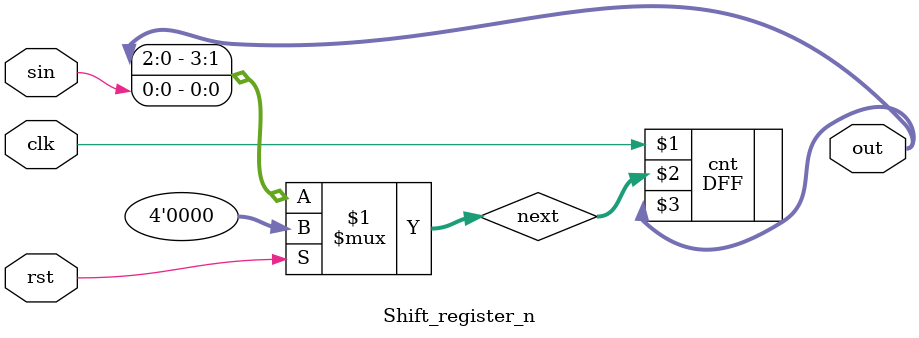
<source format=v>
module Shift_register_n(clk, rst, sin, out);
    parameter n=4 ;

    input clk, rst, sin ;
    output [n-1:0] out ;
    
    wire [n-1:0] next = rst ? {n{1'b0}}: {out[n-2:0] ,sin};
    
    DFF #(n)cnt (clk,next,out);
endmodule

</source>
